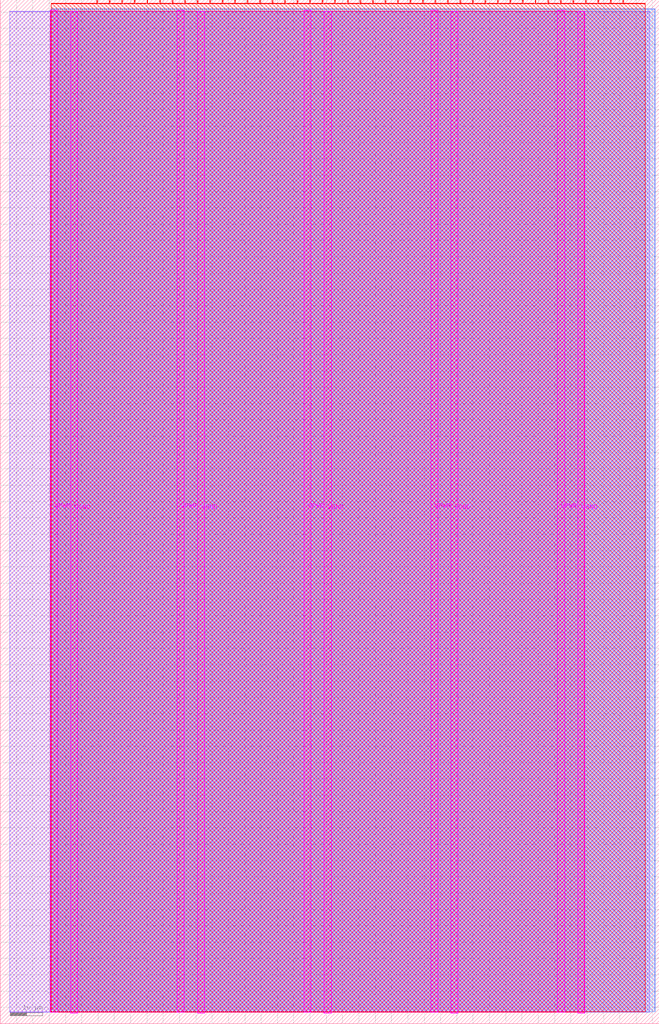
<source format=lef>
VERSION 5.7 ;
  NOWIREEXTENSIONATPIN ON ;
  DIVIDERCHAR "/" ;
  BUSBITCHARS "[]" ;
MACRO tt_um_ebeam_pixel_core
  CLASS BLOCK ;
  FOREIGN tt_um_ebeam_pixel_core ;
  ORIGIN 0.000 0.000 ;
  SIZE 202.080 BY 313.740 ;
  PIN VGND
    DIRECTION INOUT ;
    USE GROUND ;
    PORT
      LAYER TopMetal1 ;
        RECT 21.580 3.150 23.780 310.180 ;
    END
    PORT
      LAYER TopMetal1 ;
        RECT 60.450 3.150 62.650 310.180 ;
    END
    PORT
      LAYER TopMetal1 ;
        RECT 99.320 3.150 101.520 310.180 ;
    END
    PORT
      LAYER TopMetal1 ;
        RECT 138.190 3.150 140.390 310.180 ;
    END
    PORT
      LAYER TopMetal1 ;
        RECT 177.060 3.150 179.260 310.180 ;
    END
  END VGND
  PIN VPWR
    DIRECTION INOUT ;
    USE POWER ;
    PORT
      LAYER TopMetal1 ;
        RECT 15.380 3.560 17.580 310.590 ;
    END
    PORT
      LAYER TopMetal1 ;
        RECT 54.250 3.560 56.450 310.590 ;
    END
    PORT
      LAYER TopMetal1 ;
        RECT 93.120 3.560 95.320 310.590 ;
    END
    PORT
      LAYER TopMetal1 ;
        RECT 131.990 3.560 134.190 310.590 ;
    END
    PORT
      LAYER TopMetal1 ;
        RECT 170.860 3.560 173.060 310.590 ;
    END
  END VPWR
  PIN clk
    DIRECTION INPUT ;
    USE SIGNAL ;
    ANTENNAGATEAREA 0.725400 ;
    PORT
      LAYER Metal4 ;
        RECT 187.050 312.740 187.350 313.740 ;
    END
  END clk
  PIN ena
    DIRECTION INPUT ;
    USE SIGNAL ;
    ANTENNAGATEAREA 0.180700 ;
    PORT
      LAYER Metal4 ;
        RECT 190.890 312.740 191.190 313.740 ;
    END
  END ena
  PIN rst_n
    DIRECTION INPUT ;
    USE SIGNAL ;
    ANTENNAGATEAREA 0.725400 ;
    PORT
      LAYER Metal4 ;
        RECT 183.210 312.740 183.510 313.740 ;
    END
  END rst_n
  PIN ui_in[0]
    DIRECTION INPUT ;
    USE SIGNAL ;
    ANTENNAGATEAREA 0.180700 ;
    PORT
      LAYER Metal4 ;
        RECT 179.370 312.740 179.670 313.740 ;
    END
  END ui_in[0]
  PIN ui_in[1]
    DIRECTION INPUT ;
    USE SIGNAL ;
    ANTENNAGATEAREA 0.180700 ;
    PORT
      LAYER Metal4 ;
        RECT 175.530 312.740 175.830 313.740 ;
    END
  END ui_in[1]
  PIN ui_in[2]
    DIRECTION INPUT ;
    USE SIGNAL ;
    ANTENNAGATEAREA 0.213200 ;
    PORT
      LAYER Metal4 ;
        RECT 171.690 312.740 171.990 313.740 ;
    END
  END ui_in[2]
  PIN ui_in[3]
    DIRECTION INPUT ;
    USE SIGNAL ;
    ANTENNAGATEAREA 0.180700 ;
    PORT
      LAYER Metal4 ;
        RECT 167.850 312.740 168.150 313.740 ;
    END
  END ui_in[3]
  PIN ui_in[4]
    DIRECTION INPUT ;
    USE SIGNAL ;
    ANTENNAGATEAREA 0.213200 ;
    PORT
      LAYER Metal4 ;
        RECT 164.010 312.740 164.310 313.740 ;
    END
  END ui_in[4]
  PIN ui_in[5]
    DIRECTION INPUT ;
    USE SIGNAL ;
    ANTENNAGATEAREA 0.213200 ;
    PORT
      LAYER Metal4 ;
        RECT 160.170 312.740 160.470 313.740 ;
    END
  END ui_in[5]
  PIN ui_in[6]
    DIRECTION INPUT ;
    USE SIGNAL ;
    ANTENNAGATEAREA 0.213200 ;
    PORT
      LAYER Metal4 ;
        RECT 156.330 312.740 156.630 313.740 ;
    END
  END ui_in[6]
  PIN ui_in[7]
    DIRECTION INPUT ;
    USE SIGNAL ;
    ANTENNAGATEAREA 0.213200 ;
    PORT
      LAYER Metal4 ;
        RECT 152.490 312.740 152.790 313.740 ;
    END
  END ui_in[7]
  PIN uio_in[0]
    DIRECTION INPUT ;
    USE SIGNAL ;
    ANTENNAGATEAREA 0.180700 ;
    PORT
      LAYER Metal4 ;
        RECT 148.650 312.740 148.950 313.740 ;
    END
  END uio_in[0]
  PIN uio_in[1]
    DIRECTION INPUT ;
    USE SIGNAL ;
    ANTENNAGATEAREA 0.180700 ;
    PORT
      LAYER Metal4 ;
        RECT 144.810 312.740 145.110 313.740 ;
    END
  END uio_in[1]
  PIN uio_in[2]
    DIRECTION INPUT ;
    USE SIGNAL ;
    ANTENNAGATEAREA 0.213200 ;
    PORT
      LAYER Metal4 ;
        RECT 140.970 312.740 141.270 313.740 ;
    END
  END uio_in[2]
  PIN uio_in[3]
    DIRECTION INPUT ;
    USE SIGNAL ;
    ANTENNAGATEAREA 2.176200 ;
    PORT
      LAYER Metal4 ;
        RECT 137.130 312.740 137.430 313.740 ;
    END
  END uio_in[3]
  PIN uio_in[4]
    DIRECTION INPUT ;
    USE SIGNAL ;
    ANTENNAGATEAREA 0.213200 ;
    PORT
      LAYER Metal4 ;
        RECT 133.290 312.740 133.590 313.740 ;
    END
  END uio_in[4]
  PIN uio_in[5]
    DIRECTION INPUT ;
    USE SIGNAL ;
    PORT
      LAYER Metal4 ;
        RECT 129.450 312.740 129.750 313.740 ;
    END
  END uio_in[5]
  PIN uio_in[6]
    DIRECTION INPUT ;
    USE SIGNAL ;
    PORT
      LAYER Metal4 ;
        RECT 125.610 312.740 125.910 313.740 ;
    END
  END uio_in[6]
  PIN uio_in[7]
    DIRECTION INPUT ;
    USE SIGNAL ;
    PORT
      LAYER Metal4 ;
        RECT 121.770 312.740 122.070 313.740 ;
    END
  END uio_in[7]
  PIN uio_oe[0]
    DIRECTION OUTPUT ;
    USE SIGNAL ;
    ANTENNADIFFAREA 0.299200 ;
    PORT
      LAYER Metal4 ;
        RECT 56.490 312.740 56.790 313.740 ;
    END
  END uio_oe[0]
  PIN uio_oe[1]
    DIRECTION OUTPUT ;
    USE SIGNAL ;
    ANTENNADIFFAREA 0.299200 ;
    PORT
      LAYER Metal4 ;
        RECT 52.650 312.740 52.950 313.740 ;
    END
  END uio_oe[1]
  PIN uio_oe[2]
    DIRECTION OUTPUT ;
    USE SIGNAL ;
    ANTENNADIFFAREA 0.299200 ;
    PORT
      LAYER Metal4 ;
        RECT 48.810 312.740 49.110 313.740 ;
    END
  END uio_oe[2]
  PIN uio_oe[3]
    DIRECTION OUTPUT ;
    USE SIGNAL ;
    ANTENNADIFFAREA 0.299200 ;
    PORT
      LAYER Metal4 ;
        RECT 44.970 312.740 45.270 313.740 ;
    END
  END uio_oe[3]
  PIN uio_oe[4]
    DIRECTION OUTPUT ;
    USE SIGNAL ;
    ANTENNADIFFAREA 0.299200 ;
    PORT
      LAYER Metal4 ;
        RECT 41.130 312.740 41.430 313.740 ;
    END
  END uio_oe[4]
  PIN uio_oe[5]
    DIRECTION OUTPUT ;
    USE SIGNAL ;
    ANTENNADIFFAREA 0.392700 ;
    PORT
      LAYER Metal4 ;
        RECT 37.290 312.740 37.590 313.740 ;
    END
  END uio_oe[5]
  PIN uio_oe[6]
    DIRECTION OUTPUT ;
    USE SIGNAL ;
    ANTENNADIFFAREA 0.299200 ;
    PORT
      LAYER Metal4 ;
        RECT 33.450 312.740 33.750 313.740 ;
    END
  END uio_oe[6]
  PIN uio_oe[7]
    DIRECTION OUTPUT ;
    USE SIGNAL ;
    ANTENNADIFFAREA 0.299200 ;
    PORT
      LAYER Metal4 ;
        RECT 29.610 312.740 29.910 313.740 ;
    END
  END uio_oe[7]
  PIN uio_out[0]
    DIRECTION OUTPUT ;
    USE SIGNAL ;
    ANTENNADIFFAREA 0.299200 ;
    PORT
      LAYER Metal4 ;
        RECT 87.210 312.740 87.510 313.740 ;
    END
  END uio_out[0]
  PIN uio_out[1]
    DIRECTION OUTPUT ;
    USE SIGNAL ;
    ANTENNADIFFAREA 0.299200 ;
    PORT
      LAYER Metal4 ;
        RECT 83.370 312.740 83.670 313.740 ;
    END
  END uio_out[1]
  PIN uio_out[2]
    DIRECTION OUTPUT ;
    USE SIGNAL ;
    ANTENNADIFFAREA 0.299200 ;
    PORT
      LAYER Metal4 ;
        RECT 79.530 312.740 79.830 313.740 ;
    END
  END uio_out[2]
  PIN uio_out[3]
    DIRECTION OUTPUT ;
    USE SIGNAL ;
    ANTENNADIFFAREA 0.299200 ;
    PORT
      LAYER Metal4 ;
        RECT 75.690 312.740 75.990 313.740 ;
    END
  END uio_out[3]
  PIN uio_out[4]
    DIRECTION OUTPUT ;
    USE SIGNAL ;
    ANTENNADIFFAREA 0.299200 ;
    PORT
      LAYER Metal4 ;
        RECT 71.850 312.740 72.150 313.740 ;
    END
  END uio_out[4]
  PIN uio_out[5]
    DIRECTION OUTPUT ;
    USE SIGNAL ;
    ANTENNADIFFAREA 2.827200 ;
    PORT
      LAYER Metal4 ;
        RECT 68.010 312.740 68.310 313.740 ;
    END
  END uio_out[5]
  PIN uio_out[6]
    DIRECTION OUTPUT ;
    USE SIGNAL ;
    ANTENNADIFFAREA 0.299200 ;
    PORT
      LAYER Metal4 ;
        RECT 64.170 312.740 64.470 313.740 ;
    END
  END uio_out[6]
  PIN uio_out[7]
    DIRECTION OUTPUT ;
    USE SIGNAL ;
    ANTENNADIFFAREA 0.299200 ;
    PORT
      LAYER Metal4 ;
        RECT 60.330 312.740 60.630 313.740 ;
    END
  END uio_out[7]
  PIN uo_out[0]
    DIRECTION OUTPUT ;
    USE SIGNAL ;
    ANTENNAGATEAREA 0.109200 ;
    ANTENNADIFFAREA 0.716100 ;
    PORT
      LAYER Metal4 ;
        RECT 117.930 312.740 118.230 313.740 ;
    END
  END uo_out[0]
  PIN uo_out[1]
    DIRECTION OUTPUT ;
    USE SIGNAL ;
    ANTENNAGATEAREA 0.109200 ;
    ANTENNADIFFAREA 0.716100 ;
    PORT
      LAYER Metal4 ;
        RECT 114.090 312.740 114.390 313.740 ;
    END
  END uo_out[1]
  PIN uo_out[2]
    DIRECTION OUTPUT ;
    USE SIGNAL ;
    ANTENNAGATEAREA 0.109200 ;
    ANTENNADIFFAREA 0.716100 ;
    PORT
      LAYER Metal4 ;
        RECT 110.250 312.740 110.550 313.740 ;
    END
  END uo_out[2]
  PIN uo_out[3]
    DIRECTION OUTPUT ;
    USE SIGNAL ;
    ANTENNAGATEAREA 0.109200 ;
    ANTENNADIFFAREA 0.716100 ;
    PORT
      LAYER Metal4 ;
        RECT 106.410 312.740 106.710 313.740 ;
    END
  END uo_out[3]
  PIN uo_out[4]
    DIRECTION OUTPUT ;
    USE SIGNAL ;
    ANTENNAGATEAREA 0.109200 ;
    ANTENNADIFFAREA 0.716100 ;
    PORT
      LAYER Metal4 ;
        RECT 102.570 312.740 102.870 313.740 ;
    END
  END uo_out[4]
  PIN uo_out[5]
    DIRECTION OUTPUT ;
    USE SIGNAL ;
    ANTENNAGATEAREA 0.109200 ;
    ANTENNADIFFAREA 0.716100 ;
    PORT
      LAYER Metal4 ;
        RECT 98.730 312.740 99.030 313.740 ;
    END
  END uo_out[5]
  PIN uo_out[6]
    DIRECTION OUTPUT ;
    USE SIGNAL ;
    ANTENNAGATEAREA 0.109200 ;
    ANTENNADIFFAREA 0.716100 ;
    PORT
      LAYER Metal4 ;
        RECT 94.890 312.740 95.190 313.740 ;
    END
  END uo_out[6]
  PIN uo_out[7]
    DIRECTION OUTPUT ;
    USE SIGNAL ;
    ANTENNAGATEAREA 0.109200 ;
    ANTENNADIFFAREA 0.716100 ;
    PORT
      LAYER Metal4 ;
        RECT 91.050 312.740 91.350 313.740 ;
    END
  END uo_out[7]
  OBS
      LAYER GatPoly ;
        RECT 2.880 3.630 199.200 310.110 ;
      LAYER Metal1 ;
        RECT 2.880 3.560 199.200 310.180 ;
      LAYER Metal2 ;
        RECT 15.560 3.635 200.745 310.945 ;
      LAYER Metal3 ;
        RECT 15.515 3.680 200.785 310.905 ;
      LAYER Metal4 ;
        RECT 15.560 312.530 29.400 312.740 ;
        RECT 30.120 312.530 33.240 312.740 ;
        RECT 33.960 312.530 37.080 312.740 ;
        RECT 37.800 312.530 40.920 312.740 ;
        RECT 41.640 312.530 44.760 312.740 ;
        RECT 45.480 312.530 48.600 312.740 ;
        RECT 49.320 312.530 52.440 312.740 ;
        RECT 53.160 312.530 56.280 312.740 ;
        RECT 57.000 312.530 60.120 312.740 ;
        RECT 60.840 312.530 63.960 312.740 ;
        RECT 64.680 312.530 67.800 312.740 ;
        RECT 68.520 312.530 71.640 312.740 ;
        RECT 72.360 312.530 75.480 312.740 ;
        RECT 76.200 312.530 79.320 312.740 ;
        RECT 80.040 312.530 83.160 312.740 ;
        RECT 83.880 312.530 87.000 312.740 ;
        RECT 87.720 312.530 90.840 312.740 ;
        RECT 91.560 312.530 94.680 312.740 ;
        RECT 95.400 312.530 98.520 312.740 ;
        RECT 99.240 312.530 102.360 312.740 ;
        RECT 103.080 312.530 106.200 312.740 ;
        RECT 106.920 312.530 110.040 312.740 ;
        RECT 110.760 312.530 113.880 312.740 ;
        RECT 114.600 312.530 117.720 312.740 ;
        RECT 118.440 312.530 121.560 312.740 ;
        RECT 122.280 312.530 125.400 312.740 ;
        RECT 126.120 312.530 129.240 312.740 ;
        RECT 129.960 312.530 133.080 312.740 ;
        RECT 133.800 312.530 136.920 312.740 ;
        RECT 137.640 312.530 140.760 312.740 ;
        RECT 141.480 312.530 144.600 312.740 ;
        RECT 145.320 312.530 148.440 312.740 ;
        RECT 149.160 312.530 152.280 312.740 ;
        RECT 153.000 312.530 156.120 312.740 ;
        RECT 156.840 312.530 159.960 312.740 ;
        RECT 160.680 312.530 163.800 312.740 ;
        RECT 164.520 312.530 167.640 312.740 ;
        RECT 168.360 312.530 171.480 312.740 ;
        RECT 172.200 312.530 175.320 312.740 ;
        RECT 176.040 312.530 179.160 312.740 ;
        RECT 179.880 312.530 183.000 312.740 ;
        RECT 183.720 312.530 186.840 312.740 ;
        RECT 187.560 312.530 190.680 312.740 ;
        RECT 191.400 312.530 197.860 312.740 ;
        RECT 15.560 3.635 197.860 312.530 ;
      LAYER Metal5 ;
        RECT 15.515 3.470 179.125 310.270 ;
  END
END tt_um_ebeam_pixel_core
END LIBRARY


</source>
